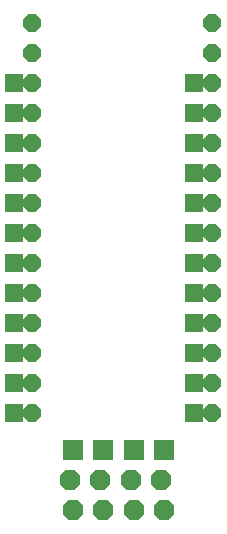
<source format=gbr>
G04 EAGLE Gerber RS-274X export*
G75*
%MOMM*%
%FSLAX34Y34*%
%LPD*%
%INSoldermask Bottom*%
%IPPOS*%
%AMOC8*
5,1,8,0,0,1.08239X$1,22.5*%
G01*
%ADD10R,1.524000X1.524000*%
%ADD11P,1.649562X8X22.500000*%
%ADD12R,1.727200X1.727200*%
%ADD13P,1.869504X8X22.500000*%


D10*
X7620Y383540D03*
X7620Y358140D03*
X7620Y281940D03*
X7620Y256540D03*
X7620Y332740D03*
X7620Y307340D03*
X7620Y231140D03*
X7620Y205740D03*
X7620Y180340D03*
X7620Y154940D03*
X7620Y129540D03*
X7620Y104140D03*
X160020Y104140D03*
X160020Y129540D03*
X160020Y154940D03*
X160020Y180340D03*
X160020Y205740D03*
X160020Y231140D03*
X160020Y256540D03*
X160020Y281940D03*
X160020Y307340D03*
X160020Y332740D03*
X160020Y358140D03*
X160020Y383540D03*
D11*
X22606Y434340D03*
X22606Y408940D03*
X22606Y332740D03*
X22606Y307340D03*
X22606Y383540D03*
X22606Y358140D03*
X22606Y281940D03*
X22606Y256540D03*
X22606Y231140D03*
X22606Y205740D03*
X22606Y180340D03*
X22606Y154940D03*
X22606Y129540D03*
X22606Y104140D03*
X175006Y104140D03*
X175006Y129540D03*
X175006Y154940D03*
X175006Y180340D03*
X175006Y205740D03*
X175006Y231140D03*
X175006Y256540D03*
X175006Y281940D03*
X175006Y307340D03*
X175006Y332740D03*
X175006Y358140D03*
X175006Y383540D03*
X175006Y408940D03*
X175006Y434340D03*
D12*
X57150Y72390D03*
D13*
X54610Y46990D03*
X57150Y21590D03*
D12*
X82550Y72390D03*
D13*
X80010Y46990D03*
X82550Y21590D03*
D12*
X109220Y72390D03*
D13*
X106680Y46990D03*
X109220Y21590D03*
D12*
X134620Y72390D03*
D13*
X132080Y46990D03*
X134620Y21590D03*
M02*

</source>
